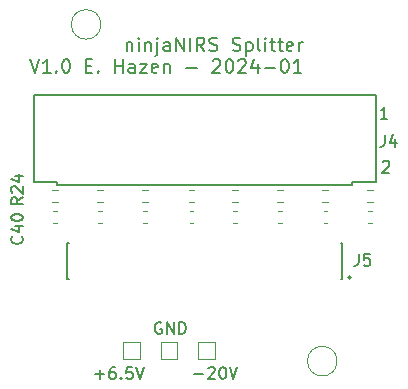
<source format=gbr>
%TF.GenerationSoftware,KiCad,Pcbnew,7.0.10-7.0.10~ubuntu22.04.1*%
%TF.CreationDate,2024-01-03T10:10:25-05:00*%
%TF.ProjectId,readout-splitter,72656164-6f75-4742-9d73-706c69747465,rev?*%
%TF.SameCoordinates,Original*%
%TF.FileFunction,Legend,Top*%
%TF.FilePolarity,Positive*%
%FSLAX46Y46*%
G04 Gerber Fmt 4.6, Leading zero omitted, Abs format (unit mm)*
G04 Created by KiCad (PCBNEW 7.0.10-7.0.10~ubuntu22.04.1) date 2024-01-03 10:10:25*
%MOMM*%
%LPD*%
G01*
G04 APERTURE LIST*
%ADD10C,0.150000*%
%ADD11C,0.152400*%
%ADD12C,0.127000*%
%ADD13C,0.120000*%
%ADD14C,0.100000*%
%ADD15C,0.200000*%
G04 APERTURE END LIST*
D10*
X31758588Y-50644438D02*
X31663350Y-50596819D01*
X31663350Y-50596819D02*
X31520493Y-50596819D01*
X31520493Y-50596819D02*
X31377636Y-50644438D01*
X31377636Y-50644438D02*
X31282398Y-50739676D01*
X31282398Y-50739676D02*
X31234779Y-50834914D01*
X31234779Y-50834914D02*
X31187160Y-51025390D01*
X31187160Y-51025390D02*
X31187160Y-51168247D01*
X31187160Y-51168247D02*
X31234779Y-51358723D01*
X31234779Y-51358723D02*
X31282398Y-51453961D01*
X31282398Y-51453961D02*
X31377636Y-51549200D01*
X31377636Y-51549200D02*
X31520493Y-51596819D01*
X31520493Y-51596819D02*
X31615731Y-51596819D01*
X31615731Y-51596819D02*
X31758588Y-51549200D01*
X31758588Y-51549200D02*
X31806207Y-51501580D01*
X31806207Y-51501580D02*
X31806207Y-51168247D01*
X31806207Y-51168247D02*
X31615731Y-51168247D01*
X32234779Y-51596819D02*
X32234779Y-50596819D01*
X32234779Y-50596819D02*
X32806207Y-51596819D01*
X32806207Y-51596819D02*
X32806207Y-50596819D01*
X33282398Y-51596819D02*
X33282398Y-50596819D01*
X33282398Y-50596819D02*
X33520493Y-50596819D01*
X33520493Y-50596819D02*
X33663350Y-50644438D01*
X33663350Y-50644438D02*
X33758588Y-50739676D01*
X33758588Y-50739676D02*
X33806207Y-50834914D01*
X33806207Y-50834914D02*
X33853826Y-51025390D01*
X33853826Y-51025390D02*
X33853826Y-51168247D01*
X33853826Y-51168247D02*
X33806207Y-51358723D01*
X33806207Y-51358723D02*
X33758588Y-51453961D01*
X33758588Y-51453961D02*
X33663350Y-51549200D01*
X33663350Y-51549200D02*
X33520493Y-51596819D01*
X33520493Y-51596819D02*
X33282398Y-51596819D01*
X26154779Y-55025866D02*
X26916684Y-55025866D01*
X26535731Y-55406819D02*
X26535731Y-54644914D01*
X27821445Y-54406819D02*
X27630969Y-54406819D01*
X27630969Y-54406819D02*
X27535731Y-54454438D01*
X27535731Y-54454438D02*
X27488112Y-54502057D01*
X27488112Y-54502057D02*
X27392874Y-54644914D01*
X27392874Y-54644914D02*
X27345255Y-54835390D01*
X27345255Y-54835390D02*
X27345255Y-55216342D01*
X27345255Y-55216342D02*
X27392874Y-55311580D01*
X27392874Y-55311580D02*
X27440493Y-55359200D01*
X27440493Y-55359200D02*
X27535731Y-55406819D01*
X27535731Y-55406819D02*
X27726207Y-55406819D01*
X27726207Y-55406819D02*
X27821445Y-55359200D01*
X27821445Y-55359200D02*
X27869064Y-55311580D01*
X27869064Y-55311580D02*
X27916683Y-55216342D01*
X27916683Y-55216342D02*
X27916683Y-54978247D01*
X27916683Y-54978247D02*
X27869064Y-54883009D01*
X27869064Y-54883009D02*
X27821445Y-54835390D01*
X27821445Y-54835390D02*
X27726207Y-54787771D01*
X27726207Y-54787771D02*
X27535731Y-54787771D01*
X27535731Y-54787771D02*
X27440493Y-54835390D01*
X27440493Y-54835390D02*
X27392874Y-54883009D01*
X27392874Y-54883009D02*
X27345255Y-54978247D01*
X28345255Y-55311580D02*
X28392874Y-55359200D01*
X28392874Y-55359200D02*
X28345255Y-55406819D01*
X28345255Y-55406819D02*
X28297636Y-55359200D01*
X28297636Y-55359200D02*
X28345255Y-55311580D01*
X28345255Y-55311580D02*
X28345255Y-55406819D01*
X29297635Y-54406819D02*
X28821445Y-54406819D01*
X28821445Y-54406819D02*
X28773826Y-54883009D01*
X28773826Y-54883009D02*
X28821445Y-54835390D01*
X28821445Y-54835390D02*
X28916683Y-54787771D01*
X28916683Y-54787771D02*
X29154778Y-54787771D01*
X29154778Y-54787771D02*
X29250016Y-54835390D01*
X29250016Y-54835390D02*
X29297635Y-54883009D01*
X29297635Y-54883009D02*
X29345254Y-54978247D01*
X29345254Y-54978247D02*
X29345254Y-55216342D01*
X29345254Y-55216342D02*
X29297635Y-55311580D01*
X29297635Y-55311580D02*
X29250016Y-55359200D01*
X29250016Y-55359200D02*
X29154778Y-55406819D01*
X29154778Y-55406819D02*
X28916683Y-55406819D01*
X28916683Y-55406819D02*
X28821445Y-55359200D01*
X28821445Y-55359200D02*
X28773826Y-55311580D01*
X29630969Y-54406819D02*
X29964302Y-55406819D01*
X29964302Y-55406819D02*
X30297635Y-54406819D01*
D11*
X28819450Y-26891763D02*
X28819450Y-27653763D01*
X28819450Y-27000620D02*
X28873879Y-26946192D01*
X28873879Y-26946192D02*
X28982736Y-26891763D01*
X28982736Y-26891763D02*
X29146022Y-26891763D01*
X29146022Y-26891763D02*
X29254879Y-26946192D01*
X29254879Y-26946192D02*
X29309308Y-27055049D01*
X29309308Y-27055049D02*
X29309308Y-27653763D01*
X29853593Y-27653763D02*
X29853593Y-26891763D01*
X29853593Y-26510763D02*
X29799165Y-26565192D01*
X29799165Y-26565192D02*
X29853593Y-26619620D01*
X29853593Y-26619620D02*
X29908022Y-26565192D01*
X29908022Y-26565192D02*
X29853593Y-26510763D01*
X29853593Y-26510763D02*
X29853593Y-26619620D01*
X30397879Y-26891763D02*
X30397879Y-27653763D01*
X30397879Y-27000620D02*
X30452308Y-26946192D01*
X30452308Y-26946192D02*
X30561165Y-26891763D01*
X30561165Y-26891763D02*
X30724451Y-26891763D01*
X30724451Y-26891763D02*
X30833308Y-26946192D01*
X30833308Y-26946192D02*
X30887737Y-27055049D01*
X30887737Y-27055049D02*
X30887737Y-27653763D01*
X31432022Y-26891763D02*
X31432022Y-27871477D01*
X31432022Y-27871477D02*
X31377594Y-27980335D01*
X31377594Y-27980335D02*
X31268737Y-28034763D01*
X31268737Y-28034763D02*
X31214308Y-28034763D01*
X31432022Y-26510763D02*
X31377594Y-26565192D01*
X31377594Y-26565192D02*
X31432022Y-26619620D01*
X31432022Y-26619620D02*
X31486451Y-26565192D01*
X31486451Y-26565192D02*
X31432022Y-26510763D01*
X31432022Y-26510763D02*
X31432022Y-26619620D01*
X32466166Y-27653763D02*
X32466166Y-27055049D01*
X32466166Y-27055049D02*
X32411737Y-26946192D01*
X32411737Y-26946192D02*
X32302880Y-26891763D01*
X32302880Y-26891763D02*
X32085166Y-26891763D01*
X32085166Y-26891763D02*
X31976308Y-26946192D01*
X32466166Y-27599335D02*
X32357308Y-27653763D01*
X32357308Y-27653763D02*
X32085166Y-27653763D01*
X32085166Y-27653763D02*
X31976308Y-27599335D01*
X31976308Y-27599335D02*
X31921880Y-27490477D01*
X31921880Y-27490477D02*
X31921880Y-27381620D01*
X31921880Y-27381620D02*
X31976308Y-27272763D01*
X31976308Y-27272763D02*
X32085166Y-27218335D01*
X32085166Y-27218335D02*
X32357308Y-27218335D01*
X32357308Y-27218335D02*
X32466166Y-27163906D01*
X33010451Y-27653763D02*
X33010451Y-26510763D01*
X33010451Y-26510763D02*
X33663594Y-27653763D01*
X33663594Y-27653763D02*
X33663594Y-26510763D01*
X34207880Y-27653763D02*
X34207880Y-26510763D01*
X35405309Y-27653763D02*
X35024309Y-27109477D01*
X34752166Y-27653763D02*
X34752166Y-26510763D01*
X34752166Y-26510763D02*
X35187595Y-26510763D01*
X35187595Y-26510763D02*
X35296452Y-26565192D01*
X35296452Y-26565192D02*
X35350881Y-26619620D01*
X35350881Y-26619620D02*
X35405309Y-26728477D01*
X35405309Y-26728477D02*
X35405309Y-26891763D01*
X35405309Y-26891763D02*
X35350881Y-27000620D01*
X35350881Y-27000620D02*
X35296452Y-27055049D01*
X35296452Y-27055049D02*
X35187595Y-27109477D01*
X35187595Y-27109477D02*
X34752166Y-27109477D01*
X35840738Y-27599335D02*
X36004024Y-27653763D01*
X36004024Y-27653763D02*
X36276166Y-27653763D01*
X36276166Y-27653763D02*
X36385024Y-27599335D01*
X36385024Y-27599335D02*
X36439452Y-27544906D01*
X36439452Y-27544906D02*
X36493881Y-27436049D01*
X36493881Y-27436049D02*
X36493881Y-27327192D01*
X36493881Y-27327192D02*
X36439452Y-27218335D01*
X36439452Y-27218335D02*
X36385024Y-27163906D01*
X36385024Y-27163906D02*
X36276166Y-27109477D01*
X36276166Y-27109477D02*
X36058452Y-27055049D01*
X36058452Y-27055049D02*
X35949595Y-27000620D01*
X35949595Y-27000620D02*
X35895166Y-26946192D01*
X35895166Y-26946192D02*
X35840738Y-26837335D01*
X35840738Y-26837335D02*
X35840738Y-26728477D01*
X35840738Y-26728477D02*
X35895166Y-26619620D01*
X35895166Y-26619620D02*
X35949595Y-26565192D01*
X35949595Y-26565192D02*
X36058452Y-26510763D01*
X36058452Y-26510763D02*
X36330595Y-26510763D01*
X36330595Y-26510763D02*
X36493881Y-26565192D01*
X37800166Y-27599335D02*
X37963452Y-27653763D01*
X37963452Y-27653763D02*
X38235594Y-27653763D01*
X38235594Y-27653763D02*
X38344452Y-27599335D01*
X38344452Y-27599335D02*
X38398880Y-27544906D01*
X38398880Y-27544906D02*
X38453309Y-27436049D01*
X38453309Y-27436049D02*
X38453309Y-27327192D01*
X38453309Y-27327192D02*
X38398880Y-27218335D01*
X38398880Y-27218335D02*
X38344452Y-27163906D01*
X38344452Y-27163906D02*
X38235594Y-27109477D01*
X38235594Y-27109477D02*
X38017880Y-27055049D01*
X38017880Y-27055049D02*
X37909023Y-27000620D01*
X37909023Y-27000620D02*
X37854594Y-26946192D01*
X37854594Y-26946192D02*
X37800166Y-26837335D01*
X37800166Y-26837335D02*
X37800166Y-26728477D01*
X37800166Y-26728477D02*
X37854594Y-26619620D01*
X37854594Y-26619620D02*
X37909023Y-26565192D01*
X37909023Y-26565192D02*
X38017880Y-26510763D01*
X38017880Y-26510763D02*
X38290023Y-26510763D01*
X38290023Y-26510763D02*
X38453309Y-26565192D01*
X38943165Y-26891763D02*
X38943165Y-28034763D01*
X38943165Y-26946192D02*
X39052023Y-26891763D01*
X39052023Y-26891763D02*
X39269737Y-26891763D01*
X39269737Y-26891763D02*
X39378594Y-26946192D01*
X39378594Y-26946192D02*
X39433023Y-27000620D01*
X39433023Y-27000620D02*
X39487451Y-27109477D01*
X39487451Y-27109477D02*
X39487451Y-27436049D01*
X39487451Y-27436049D02*
X39433023Y-27544906D01*
X39433023Y-27544906D02*
X39378594Y-27599335D01*
X39378594Y-27599335D02*
X39269737Y-27653763D01*
X39269737Y-27653763D02*
X39052023Y-27653763D01*
X39052023Y-27653763D02*
X38943165Y-27599335D01*
X40140594Y-27653763D02*
X40031737Y-27599335D01*
X40031737Y-27599335D02*
X39977308Y-27490477D01*
X39977308Y-27490477D02*
X39977308Y-26510763D01*
X40576022Y-27653763D02*
X40576022Y-26891763D01*
X40576022Y-26510763D02*
X40521594Y-26565192D01*
X40521594Y-26565192D02*
X40576022Y-26619620D01*
X40576022Y-26619620D02*
X40630451Y-26565192D01*
X40630451Y-26565192D02*
X40576022Y-26510763D01*
X40576022Y-26510763D02*
X40576022Y-26619620D01*
X40957023Y-26891763D02*
X41392451Y-26891763D01*
X41120308Y-26510763D02*
X41120308Y-27490477D01*
X41120308Y-27490477D02*
X41174737Y-27599335D01*
X41174737Y-27599335D02*
X41283594Y-27653763D01*
X41283594Y-27653763D02*
X41392451Y-27653763D01*
X41610166Y-26891763D02*
X42045594Y-26891763D01*
X41773451Y-26510763D02*
X41773451Y-27490477D01*
X41773451Y-27490477D02*
X41827880Y-27599335D01*
X41827880Y-27599335D02*
X41936737Y-27653763D01*
X41936737Y-27653763D02*
X42045594Y-27653763D01*
X42862023Y-27599335D02*
X42753166Y-27653763D01*
X42753166Y-27653763D02*
X42535452Y-27653763D01*
X42535452Y-27653763D02*
X42426594Y-27599335D01*
X42426594Y-27599335D02*
X42372166Y-27490477D01*
X42372166Y-27490477D02*
X42372166Y-27055049D01*
X42372166Y-27055049D02*
X42426594Y-26946192D01*
X42426594Y-26946192D02*
X42535452Y-26891763D01*
X42535452Y-26891763D02*
X42753166Y-26891763D01*
X42753166Y-26891763D02*
X42862023Y-26946192D01*
X42862023Y-26946192D02*
X42916452Y-27055049D01*
X42916452Y-27055049D02*
X42916452Y-27163906D01*
X42916452Y-27163906D02*
X42372166Y-27272763D01*
X43406308Y-27653763D02*
X43406308Y-26891763D01*
X43406308Y-27109477D02*
X43460737Y-27000620D01*
X43460737Y-27000620D02*
X43515166Y-26946192D01*
X43515166Y-26946192D02*
X43624023Y-26891763D01*
X43624023Y-26891763D02*
X43732880Y-26891763D01*
X20655168Y-28350993D02*
X21036168Y-29493993D01*
X21036168Y-29493993D02*
X21417168Y-28350993D01*
X22396882Y-29493993D02*
X21743739Y-29493993D01*
X22070310Y-29493993D02*
X22070310Y-28350993D01*
X22070310Y-28350993D02*
X21961453Y-28514279D01*
X21961453Y-28514279D02*
X21852596Y-28623136D01*
X21852596Y-28623136D02*
X21743739Y-28677565D01*
X22886738Y-29385136D02*
X22941167Y-29439565D01*
X22941167Y-29439565D02*
X22886738Y-29493993D01*
X22886738Y-29493993D02*
X22832310Y-29439565D01*
X22832310Y-29439565D02*
X22886738Y-29385136D01*
X22886738Y-29385136D02*
X22886738Y-29493993D01*
X23648739Y-28350993D02*
X23757596Y-28350993D01*
X23757596Y-28350993D02*
X23866453Y-28405422D01*
X23866453Y-28405422D02*
X23920882Y-28459850D01*
X23920882Y-28459850D02*
X23975310Y-28568707D01*
X23975310Y-28568707D02*
X24029739Y-28786422D01*
X24029739Y-28786422D02*
X24029739Y-29058565D01*
X24029739Y-29058565D02*
X23975310Y-29276279D01*
X23975310Y-29276279D02*
X23920882Y-29385136D01*
X23920882Y-29385136D02*
X23866453Y-29439565D01*
X23866453Y-29439565D02*
X23757596Y-29493993D01*
X23757596Y-29493993D02*
X23648739Y-29493993D01*
X23648739Y-29493993D02*
X23539882Y-29439565D01*
X23539882Y-29439565D02*
X23485453Y-29385136D01*
X23485453Y-29385136D02*
X23431024Y-29276279D01*
X23431024Y-29276279D02*
X23376596Y-29058565D01*
X23376596Y-29058565D02*
X23376596Y-28786422D01*
X23376596Y-28786422D02*
X23431024Y-28568707D01*
X23431024Y-28568707D02*
X23485453Y-28459850D01*
X23485453Y-28459850D02*
X23539882Y-28405422D01*
X23539882Y-28405422D02*
X23648739Y-28350993D01*
X25390452Y-28895279D02*
X25771452Y-28895279D01*
X25934738Y-29493993D02*
X25390452Y-29493993D01*
X25390452Y-29493993D02*
X25390452Y-28350993D01*
X25390452Y-28350993D02*
X25934738Y-28350993D01*
X26424595Y-29385136D02*
X26479024Y-29439565D01*
X26479024Y-29439565D02*
X26424595Y-29493993D01*
X26424595Y-29493993D02*
X26370167Y-29439565D01*
X26370167Y-29439565D02*
X26424595Y-29385136D01*
X26424595Y-29385136D02*
X26424595Y-29493993D01*
X27839738Y-29493993D02*
X27839738Y-28350993D01*
X27839738Y-28895279D02*
X28492881Y-28895279D01*
X28492881Y-29493993D02*
X28492881Y-28350993D01*
X29527025Y-29493993D02*
X29527025Y-28895279D01*
X29527025Y-28895279D02*
X29472596Y-28786422D01*
X29472596Y-28786422D02*
X29363739Y-28731993D01*
X29363739Y-28731993D02*
X29146025Y-28731993D01*
X29146025Y-28731993D02*
X29037167Y-28786422D01*
X29527025Y-29439565D02*
X29418167Y-29493993D01*
X29418167Y-29493993D02*
X29146025Y-29493993D01*
X29146025Y-29493993D02*
X29037167Y-29439565D01*
X29037167Y-29439565D02*
X28982739Y-29330707D01*
X28982739Y-29330707D02*
X28982739Y-29221850D01*
X28982739Y-29221850D02*
X29037167Y-29112993D01*
X29037167Y-29112993D02*
X29146025Y-29058565D01*
X29146025Y-29058565D02*
X29418167Y-29058565D01*
X29418167Y-29058565D02*
X29527025Y-29004136D01*
X29962453Y-28731993D02*
X30561168Y-28731993D01*
X30561168Y-28731993D02*
X29962453Y-29493993D01*
X29962453Y-29493993D02*
X30561168Y-29493993D01*
X31432025Y-29439565D02*
X31323168Y-29493993D01*
X31323168Y-29493993D02*
X31105454Y-29493993D01*
X31105454Y-29493993D02*
X30996596Y-29439565D01*
X30996596Y-29439565D02*
X30942168Y-29330707D01*
X30942168Y-29330707D02*
X30942168Y-28895279D01*
X30942168Y-28895279D02*
X30996596Y-28786422D01*
X30996596Y-28786422D02*
X31105454Y-28731993D01*
X31105454Y-28731993D02*
X31323168Y-28731993D01*
X31323168Y-28731993D02*
X31432025Y-28786422D01*
X31432025Y-28786422D02*
X31486454Y-28895279D01*
X31486454Y-28895279D02*
X31486454Y-29004136D01*
X31486454Y-29004136D02*
X30942168Y-29112993D01*
X31976310Y-28731993D02*
X31976310Y-29493993D01*
X31976310Y-28840850D02*
X32030739Y-28786422D01*
X32030739Y-28786422D02*
X32139596Y-28731993D01*
X32139596Y-28731993D02*
X32302882Y-28731993D01*
X32302882Y-28731993D02*
X32411739Y-28786422D01*
X32411739Y-28786422D02*
X32466168Y-28895279D01*
X32466168Y-28895279D02*
X32466168Y-29493993D01*
X33881310Y-29058565D02*
X34752168Y-29058565D01*
X36112882Y-28459850D02*
X36167310Y-28405422D01*
X36167310Y-28405422D02*
X36276168Y-28350993D01*
X36276168Y-28350993D02*
X36548310Y-28350993D01*
X36548310Y-28350993D02*
X36657168Y-28405422D01*
X36657168Y-28405422D02*
X36711596Y-28459850D01*
X36711596Y-28459850D02*
X36766025Y-28568707D01*
X36766025Y-28568707D02*
X36766025Y-28677565D01*
X36766025Y-28677565D02*
X36711596Y-28840850D01*
X36711596Y-28840850D02*
X36058453Y-29493993D01*
X36058453Y-29493993D02*
X36766025Y-29493993D01*
X37473596Y-28350993D02*
X37582453Y-28350993D01*
X37582453Y-28350993D02*
X37691310Y-28405422D01*
X37691310Y-28405422D02*
X37745739Y-28459850D01*
X37745739Y-28459850D02*
X37800167Y-28568707D01*
X37800167Y-28568707D02*
X37854596Y-28786422D01*
X37854596Y-28786422D02*
X37854596Y-29058565D01*
X37854596Y-29058565D02*
X37800167Y-29276279D01*
X37800167Y-29276279D02*
X37745739Y-29385136D01*
X37745739Y-29385136D02*
X37691310Y-29439565D01*
X37691310Y-29439565D02*
X37582453Y-29493993D01*
X37582453Y-29493993D02*
X37473596Y-29493993D01*
X37473596Y-29493993D02*
X37364739Y-29439565D01*
X37364739Y-29439565D02*
X37310310Y-29385136D01*
X37310310Y-29385136D02*
X37255881Y-29276279D01*
X37255881Y-29276279D02*
X37201453Y-29058565D01*
X37201453Y-29058565D02*
X37201453Y-28786422D01*
X37201453Y-28786422D02*
X37255881Y-28568707D01*
X37255881Y-28568707D02*
X37310310Y-28459850D01*
X37310310Y-28459850D02*
X37364739Y-28405422D01*
X37364739Y-28405422D02*
X37473596Y-28350993D01*
X38290024Y-28459850D02*
X38344452Y-28405422D01*
X38344452Y-28405422D02*
X38453310Y-28350993D01*
X38453310Y-28350993D02*
X38725452Y-28350993D01*
X38725452Y-28350993D02*
X38834310Y-28405422D01*
X38834310Y-28405422D02*
X38888738Y-28459850D01*
X38888738Y-28459850D02*
X38943167Y-28568707D01*
X38943167Y-28568707D02*
X38943167Y-28677565D01*
X38943167Y-28677565D02*
X38888738Y-28840850D01*
X38888738Y-28840850D02*
X38235595Y-29493993D01*
X38235595Y-29493993D02*
X38943167Y-29493993D01*
X39922881Y-28731993D02*
X39922881Y-29493993D01*
X39650738Y-28296565D02*
X39378595Y-29112993D01*
X39378595Y-29112993D02*
X40086166Y-29112993D01*
X40521594Y-29058565D02*
X41392452Y-29058565D01*
X42154452Y-28350993D02*
X42263309Y-28350993D01*
X42263309Y-28350993D02*
X42372166Y-28405422D01*
X42372166Y-28405422D02*
X42426595Y-28459850D01*
X42426595Y-28459850D02*
X42481023Y-28568707D01*
X42481023Y-28568707D02*
X42535452Y-28786422D01*
X42535452Y-28786422D02*
X42535452Y-29058565D01*
X42535452Y-29058565D02*
X42481023Y-29276279D01*
X42481023Y-29276279D02*
X42426595Y-29385136D01*
X42426595Y-29385136D02*
X42372166Y-29439565D01*
X42372166Y-29439565D02*
X42263309Y-29493993D01*
X42263309Y-29493993D02*
X42154452Y-29493993D01*
X42154452Y-29493993D02*
X42045595Y-29439565D01*
X42045595Y-29439565D02*
X41991166Y-29385136D01*
X41991166Y-29385136D02*
X41936737Y-29276279D01*
X41936737Y-29276279D02*
X41882309Y-29058565D01*
X41882309Y-29058565D02*
X41882309Y-28786422D01*
X41882309Y-28786422D02*
X41936737Y-28568707D01*
X41936737Y-28568707D02*
X41991166Y-28459850D01*
X41991166Y-28459850D02*
X42045595Y-28405422D01*
X42045595Y-28405422D02*
X42154452Y-28350993D01*
X43624023Y-29493993D02*
X42970880Y-29493993D01*
X43297451Y-29493993D02*
X43297451Y-28350993D01*
X43297451Y-28350993D02*
X43188594Y-28514279D01*
X43188594Y-28514279D02*
X43079737Y-28623136D01*
X43079737Y-28623136D02*
X42970880Y-28677565D01*
D10*
X34536779Y-55025866D02*
X35298684Y-55025866D01*
X35727255Y-54502057D02*
X35774874Y-54454438D01*
X35774874Y-54454438D02*
X35870112Y-54406819D01*
X35870112Y-54406819D02*
X36108207Y-54406819D01*
X36108207Y-54406819D02*
X36203445Y-54454438D01*
X36203445Y-54454438D02*
X36251064Y-54502057D01*
X36251064Y-54502057D02*
X36298683Y-54597295D01*
X36298683Y-54597295D02*
X36298683Y-54692533D01*
X36298683Y-54692533D02*
X36251064Y-54835390D01*
X36251064Y-54835390D02*
X35679636Y-55406819D01*
X35679636Y-55406819D02*
X36298683Y-55406819D01*
X36917731Y-54406819D02*
X37012969Y-54406819D01*
X37012969Y-54406819D02*
X37108207Y-54454438D01*
X37108207Y-54454438D02*
X37155826Y-54502057D01*
X37155826Y-54502057D02*
X37203445Y-54597295D01*
X37203445Y-54597295D02*
X37251064Y-54787771D01*
X37251064Y-54787771D02*
X37251064Y-55025866D01*
X37251064Y-55025866D02*
X37203445Y-55216342D01*
X37203445Y-55216342D02*
X37155826Y-55311580D01*
X37155826Y-55311580D02*
X37108207Y-55359200D01*
X37108207Y-55359200D02*
X37012969Y-55406819D01*
X37012969Y-55406819D02*
X36917731Y-55406819D01*
X36917731Y-55406819D02*
X36822493Y-55359200D01*
X36822493Y-55359200D02*
X36774874Y-55311580D01*
X36774874Y-55311580D02*
X36727255Y-55216342D01*
X36727255Y-55216342D02*
X36679636Y-55025866D01*
X36679636Y-55025866D02*
X36679636Y-54787771D01*
X36679636Y-54787771D02*
X36727255Y-54597295D01*
X36727255Y-54597295D02*
X36774874Y-54502057D01*
X36774874Y-54502057D02*
X36822493Y-54454438D01*
X36822493Y-54454438D02*
X36917731Y-54406819D01*
X37536779Y-54406819D02*
X37870112Y-55406819D01*
X37870112Y-55406819D02*
X38203445Y-54406819D01*
X50683904Y-34762635D02*
X50683904Y-35477697D01*
X50683904Y-35477697D02*
X50636234Y-35620710D01*
X50636234Y-35620710D02*
X50540892Y-35716052D01*
X50540892Y-35716052D02*
X50397880Y-35763722D01*
X50397880Y-35763722D02*
X50302538Y-35763722D01*
X51589650Y-35096331D02*
X51589650Y-35763722D01*
X51351296Y-34714965D02*
X51112942Y-35430027D01*
X51112942Y-35430027D02*
X51732662Y-35430027D01*
X50503245Y-37042794D02*
X50550871Y-36995168D01*
X50550871Y-36995168D02*
X50646122Y-36947542D01*
X50646122Y-36947542D02*
X50884251Y-36947542D01*
X50884251Y-36947542D02*
X50979503Y-36995168D01*
X50979503Y-36995168D02*
X51027129Y-37042794D01*
X51027129Y-37042794D02*
X51074754Y-37138046D01*
X51074754Y-37138046D02*
X51074754Y-37233297D01*
X51074754Y-37233297D02*
X51027129Y-37376175D01*
X51027129Y-37376175D02*
X50455619Y-37947684D01*
X50455619Y-37947684D02*
X51074754Y-37947684D01*
X50896997Y-33375753D02*
X50325402Y-33375753D01*
X50611200Y-33375753D02*
X50611200Y-32375462D01*
X50611200Y-32375462D02*
X50515934Y-32518361D01*
X50515934Y-32518361D02*
X50420668Y-32613627D01*
X50420668Y-32613627D02*
X50325402Y-32661260D01*
X19954580Y-43352857D02*
X20002200Y-43400476D01*
X20002200Y-43400476D02*
X20049819Y-43543333D01*
X20049819Y-43543333D02*
X20049819Y-43638571D01*
X20049819Y-43638571D02*
X20002200Y-43781428D01*
X20002200Y-43781428D02*
X19906961Y-43876666D01*
X19906961Y-43876666D02*
X19811723Y-43924285D01*
X19811723Y-43924285D02*
X19621247Y-43971904D01*
X19621247Y-43971904D02*
X19478390Y-43971904D01*
X19478390Y-43971904D02*
X19287914Y-43924285D01*
X19287914Y-43924285D02*
X19192676Y-43876666D01*
X19192676Y-43876666D02*
X19097438Y-43781428D01*
X19097438Y-43781428D02*
X19049819Y-43638571D01*
X19049819Y-43638571D02*
X19049819Y-43543333D01*
X19049819Y-43543333D02*
X19097438Y-43400476D01*
X19097438Y-43400476D02*
X19145057Y-43352857D01*
X19383152Y-42495714D02*
X20049819Y-42495714D01*
X19002200Y-42733809D02*
X19716485Y-42971904D01*
X19716485Y-42971904D02*
X19716485Y-42352857D01*
X19049819Y-41781428D02*
X19049819Y-41686190D01*
X19049819Y-41686190D02*
X19097438Y-41590952D01*
X19097438Y-41590952D02*
X19145057Y-41543333D01*
X19145057Y-41543333D02*
X19240295Y-41495714D01*
X19240295Y-41495714D02*
X19430771Y-41448095D01*
X19430771Y-41448095D02*
X19668866Y-41448095D01*
X19668866Y-41448095D02*
X19859342Y-41495714D01*
X19859342Y-41495714D02*
X19954580Y-41543333D01*
X19954580Y-41543333D02*
X20002200Y-41590952D01*
X20002200Y-41590952D02*
X20049819Y-41686190D01*
X20049819Y-41686190D02*
X20049819Y-41781428D01*
X20049819Y-41781428D02*
X20002200Y-41876666D01*
X20002200Y-41876666D02*
X19954580Y-41924285D01*
X19954580Y-41924285D02*
X19859342Y-41971904D01*
X19859342Y-41971904D02*
X19668866Y-42019523D01*
X19668866Y-42019523D02*
X19430771Y-42019523D01*
X19430771Y-42019523D02*
X19240295Y-41971904D01*
X19240295Y-41971904D02*
X19145057Y-41924285D01*
X19145057Y-41924285D02*
X19097438Y-41876666D01*
X19097438Y-41876666D02*
X19049819Y-41781428D01*
X48471666Y-44831819D02*
X48471666Y-45546104D01*
X48471666Y-45546104D02*
X48424047Y-45688961D01*
X48424047Y-45688961D02*
X48328809Y-45784200D01*
X48328809Y-45784200D02*
X48185952Y-45831819D01*
X48185952Y-45831819D02*
X48090714Y-45831819D01*
X49424047Y-44831819D02*
X48947857Y-44831819D01*
X48947857Y-44831819D02*
X48900238Y-45308009D01*
X48900238Y-45308009D02*
X48947857Y-45260390D01*
X48947857Y-45260390D02*
X49043095Y-45212771D01*
X49043095Y-45212771D02*
X49281190Y-45212771D01*
X49281190Y-45212771D02*
X49376428Y-45260390D01*
X49376428Y-45260390D02*
X49424047Y-45308009D01*
X49424047Y-45308009D02*
X49471666Y-45403247D01*
X49471666Y-45403247D02*
X49471666Y-45641342D01*
X49471666Y-45641342D02*
X49424047Y-45736580D01*
X49424047Y-45736580D02*
X49376428Y-45784200D01*
X49376428Y-45784200D02*
X49281190Y-45831819D01*
X49281190Y-45831819D02*
X49043095Y-45831819D01*
X49043095Y-45831819D02*
X48947857Y-45784200D01*
X48947857Y-45784200D02*
X48900238Y-45736580D01*
X20049819Y-40050857D02*
X19573628Y-40384190D01*
X20049819Y-40622285D02*
X19049819Y-40622285D01*
X19049819Y-40622285D02*
X19049819Y-40241333D01*
X19049819Y-40241333D02*
X19097438Y-40146095D01*
X19097438Y-40146095D02*
X19145057Y-40098476D01*
X19145057Y-40098476D02*
X19240295Y-40050857D01*
X19240295Y-40050857D02*
X19383152Y-40050857D01*
X19383152Y-40050857D02*
X19478390Y-40098476D01*
X19478390Y-40098476D02*
X19526009Y-40146095D01*
X19526009Y-40146095D02*
X19573628Y-40241333D01*
X19573628Y-40241333D02*
X19573628Y-40622285D01*
X19145057Y-39669904D02*
X19097438Y-39622285D01*
X19097438Y-39622285D02*
X19049819Y-39527047D01*
X19049819Y-39527047D02*
X19049819Y-39288952D01*
X19049819Y-39288952D02*
X19097438Y-39193714D01*
X19097438Y-39193714D02*
X19145057Y-39146095D01*
X19145057Y-39146095D02*
X19240295Y-39098476D01*
X19240295Y-39098476D02*
X19335533Y-39098476D01*
X19335533Y-39098476D02*
X19478390Y-39146095D01*
X19478390Y-39146095D02*
X20049819Y-39717523D01*
X20049819Y-39717523D02*
X20049819Y-39098476D01*
X19383152Y-38241333D02*
X20049819Y-38241333D01*
X19002200Y-38479428D02*
X19716485Y-38717523D01*
X19716485Y-38717523D02*
X19716485Y-38098476D01*
D12*
%TO.C,J4*%
X49900000Y-38712000D02*
X47944200Y-38712000D01*
X49900000Y-31346000D02*
X49900000Y-38712000D01*
X47944200Y-38966000D02*
X22899800Y-38966000D01*
X47944200Y-38712000D02*
X47944200Y-38966000D01*
X22899800Y-38966000D02*
X22899800Y-38712000D01*
X22899800Y-38712000D02*
X20944000Y-38712000D01*
X20944000Y-38712000D02*
X20944000Y-31346000D01*
X20944000Y-31346000D02*
X49900000Y-31346000D01*
D13*
%TO.C,C33*%
X49580580Y-42204000D02*
X49299420Y-42204000D01*
X49580580Y-41184000D02*
X49299420Y-41184000D01*
%TO.C,C35*%
X41960580Y-42204000D02*
X41679420Y-42204000D01*
X41960580Y-41184000D02*
X41679420Y-41184000D01*
%TO.C,C40*%
X22910580Y-42204000D02*
X22629420Y-42204000D01*
X22910580Y-41184000D02*
X22629420Y-41184000D01*
%TO.C,C38*%
X30530580Y-42204000D02*
X30249420Y-42204000D01*
X30530580Y-41184000D02*
X30249420Y-41184000D01*
%TO.C,R20*%
X37772742Y-39393500D02*
X38247258Y-39393500D01*
X37772742Y-40438500D02*
X38247258Y-40438500D01*
%TO.C,R21*%
X34089742Y-39393500D02*
X34564258Y-39393500D01*
X34089742Y-40438500D02*
X34564258Y-40438500D01*
%TO.C,J3*%
X34897000Y-52297000D02*
X36297000Y-52297000D01*
X34897000Y-53697000D02*
X34897000Y-52297000D01*
X36297000Y-52297000D02*
X36297000Y-53697000D01*
X36297000Y-53697000D02*
X34897000Y-53697000D01*
%TO.C,R19*%
X41582742Y-39393500D02*
X42057258Y-39393500D01*
X41582742Y-40438500D02*
X42057258Y-40438500D01*
%TO.C,J1*%
X28547000Y-52297000D02*
X29947000Y-52297000D01*
X28547000Y-53697000D02*
X28547000Y-52297000D01*
X29947000Y-52297000D02*
X29947000Y-53697000D01*
X29947000Y-53697000D02*
X28547000Y-53697000D01*
%TO.C,R17*%
X49202742Y-39393500D02*
X49677258Y-39393500D01*
X49202742Y-40438500D02*
X49677258Y-40438500D01*
%TO.C,R18*%
X45392742Y-39393500D02*
X45867258Y-39393500D01*
X45392742Y-40438500D02*
X45867258Y-40438500D01*
%TO.C,R23*%
X26342742Y-39393500D02*
X26817258Y-39393500D01*
X26342742Y-40438500D02*
X26817258Y-40438500D01*
%TO.C,C36*%
X38150580Y-42204000D02*
X37869420Y-42204000D01*
X38150580Y-41184000D02*
X37869420Y-41184000D01*
%TO.C,R22*%
X30152742Y-39393500D02*
X30627258Y-39393500D01*
X30152742Y-40438500D02*
X30627258Y-40438500D01*
D14*
%TO.C,N1*%
X26641458Y-25398958D02*
G75*
G03*
X24137542Y-25398958I-1251958J0D01*
G01*
X24137542Y-25398958D02*
G75*
G03*
X26641458Y-25398958I1251958J0D01*
G01*
X46641458Y-53907000D02*
G75*
G03*
X44137542Y-53907000I-1251958J0D01*
G01*
X44137542Y-53907000D02*
G75*
G03*
X46641458Y-53907000I1251958J0D01*
G01*
D13*
%TO.C,C37*%
X34467580Y-42204000D02*
X34186420Y-42204000D01*
X34467580Y-41184000D02*
X34186420Y-41184000D01*
%TO.C,C34*%
X45783580Y-42204000D02*
X45502420Y-42204000D01*
X45783580Y-41184000D02*
X45502420Y-41184000D01*
%TO.C,J2*%
X31722000Y-52297000D02*
X33122000Y-52297000D01*
X31722000Y-53697000D02*
X31722000Y-52297000D01*
X33122000Y-52297000D02*
X33122000Y-53697000D01*
X33122000Y-53697000D02*
X31722000Y-53697000D01*
%TO.C,C39*%
X26720580Y-42204000D02*
X26439420Y-42204000D01*
X26720580Y-41184000D02*
X26439420Y-41184000D01*
D15*
%TO.C,J5*%
X23802000Y-43936800D02*
X23907000Y-43936800D01*
X23802000Y-46986800D02*
X23802000Y-43936800D01*
X23907000Y-46986800D02*
X23802000Y-46986800D01*
X46937000Y-43936800D02*
X47042000Y-43936800D01*
X46937000Y-46986800D02*
X47042000Y-46986800D01*
X47042000Y-43936800D02*
X47042000Y-46986800D01*
X47792000Y-46826800D02*
G75*
G03*
X47592000Y-46826800I-100000J0D01*
G01*
X47592000Y-46826800D02*
G75*
G03*
X47792000Y-46826800I100000J0D01*
G01*
D13*
%TO.C,R24*%
X22532742Y-39393500D02*
X23007258Y-39393500D01*
X22532742Y-40438500D02*
X23007258Y-40438500D01*
%TD*%
M02*

</source>
